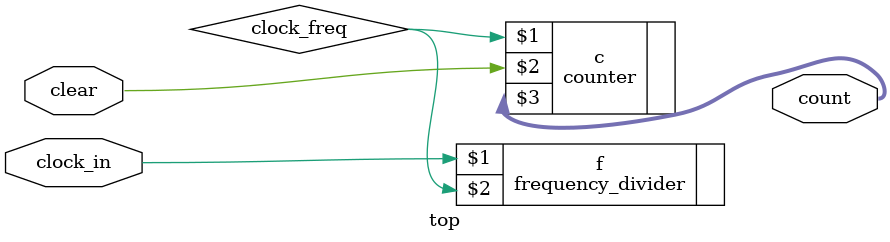
<source format=v>
`timescale 1ns / 1ps


module top(
    input clock_in,
    input clear,
    output [4:0] count
    );
    
    wire clock_freq;
    frequency_divider f(clock_in, clock_freq);
    counter c(clock_freq, clear, count);
endmodule

</source>
